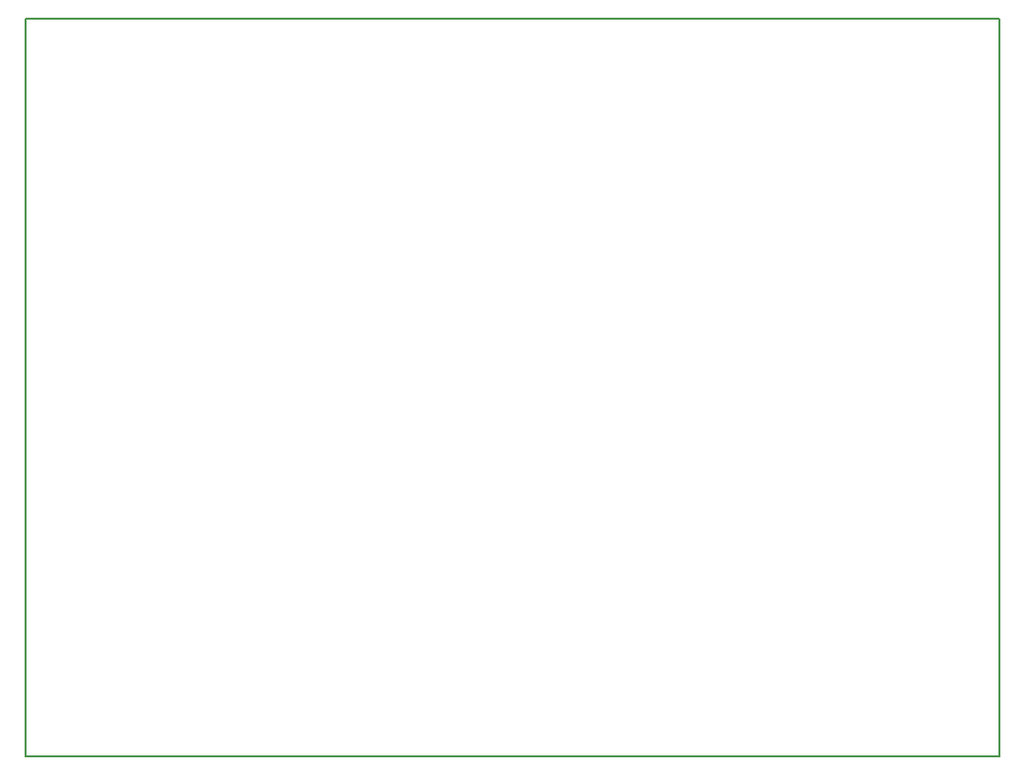
<source format=gbr>
G04 #@! TF.FileFunction,Profile,NP*
%FSLAX46Y46*%
G04 Gerber Fmt 4.6, Leading zero omitted, Abs format (unit mm)*
G04 Created by KiCad (PCBNEW (after 2015-mar-04 BZR unknown)-product) date Fri 03 Jul 2015 12:36:09 AM EDT*
%MOMM*%
G01*
G04 APERTURE LIST*
%ADD10C,0.150000*%
G04 APERTURE END LIST*
D10*
X210820000Y-101600000D02*
X127000000Y-101600000D01*
X210820000Y-90932000D02*
X210820000Y-101600000D01*
X210820000Y-38100000D02*
X210820000Y-90932000D01*
X137160000Y-38100000D02*
X210820000Y-38100000D01*
X135763000Y-38100000D02*
X137160000Y-38100000D01*
X127000000Y-38100000D02*
X135763000Y-38100000D01*
X127000000Y-101600000D02*
X127000000Y-38100000D01*
M02*

</source>
